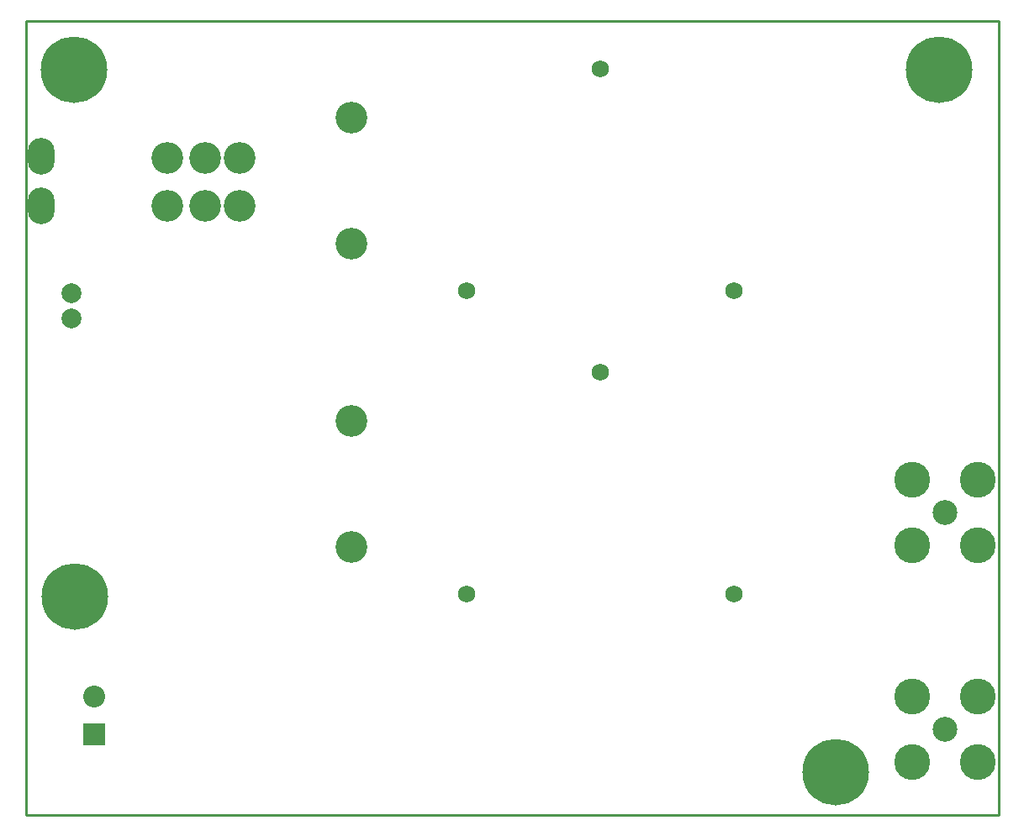
<source format=gbs>
G04 Layer_Color=16711935*
%FSLAX25Y25*%
%MOIN*%
G70*
G01*
G75*
%ADD25C,0.01000*%
%ADD57C,0.12611*%
%ADD58C,0.06800*%
%ADD59C,0.08674*%
%ADD60R,0.08674X0.08674*%
%ADD61O,0.10642X0.14579*%
%ADD62C,0.07887*%
%ADD63C,0.26391*%
%ADD64C,0.09855*%
%ADD65C,0.14186*%
D25*
X0Y0D02*
Y284500D01*
Y0D02*
X385500D01*
X385827D02*
Y314961D01*
X0D02*
X385827D01*
X0Y284500D02*
Y314961D01*
D57*
X129075Y106165D02*
D03*
Y156165D02*
D03*
Y226665D02*
D03*
Y276665D02*
D03*
X84870Y241657D02*
D03*
X71130D02*
D03*
X56130D02*
D03*
X56053Y260555D02*
D03*
X71130D02*
D03*
X84870D02*
D03*
D58*
X174744Y87504D02*
D03*
X280925D02*
D03*
X227854Y175496D02*
D03*
X174744Y208004D02*
D03*
X280925D02*
D03*
X227854Y295996D02*
D03*
D59*
X27000Y47000D02*
D03*
D60*
Y32000D02*
D03*
D61*
X6130Y241657D02*
D03*
Y261343D02*
D03*
D62*
X18000Y207000D02*
D03*
Y197000D02*
D03*
D63*
X19000Y295500D02*
D03*
X19500Y86500D02*
D03*
X362000Y295500D02*
D03*
X321000Y17000D02*
D03*
D64*
X364500Y120000D02*
D03*
Y34000D02*
D03*
D65*
X351508Y132992D02*
D03*
Y107008D02*
D03*
X377492D02*
D03*
Y132992D02*
D03*
X351508Y46992D02*
D03*
Y21008D02*
D03*
X377492D02*
D03*
Y46992D02*
D03*
M02*

</source>
